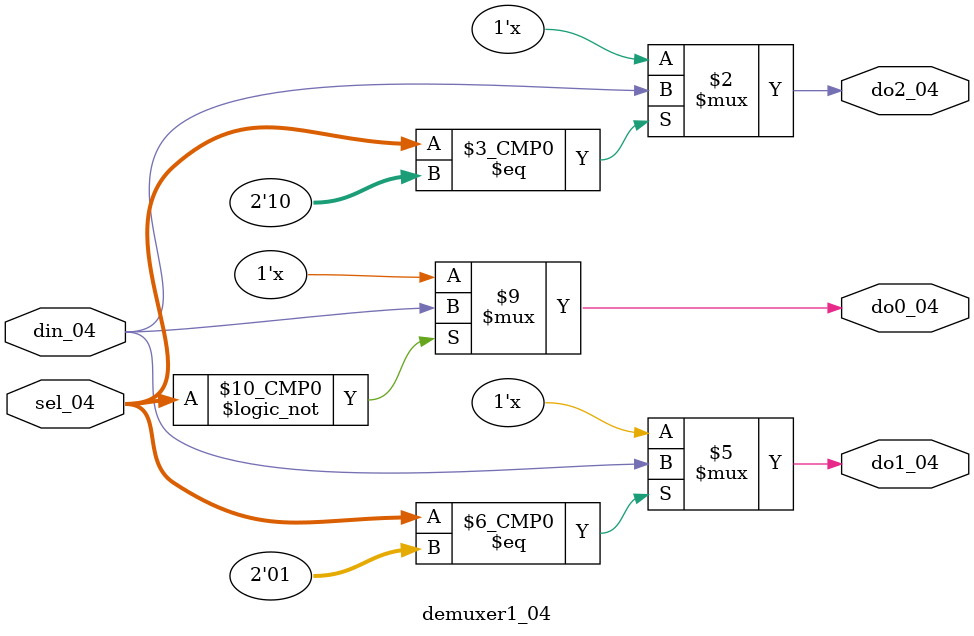
<source format=v>
module demuxer1_04(
	input din_04,
	input[1:0] sel_04,
	output reg do0_04, do1_04, do2_04
	);
	
always @(*)
	begin
		case(sel_04)
		2'b00: do0_04<=din_04;
		2'b01: do1_04<=din_04;
		2'b10: do2_04<=din_04;
		default:;
		endcase
	end
endmodule


</source>
